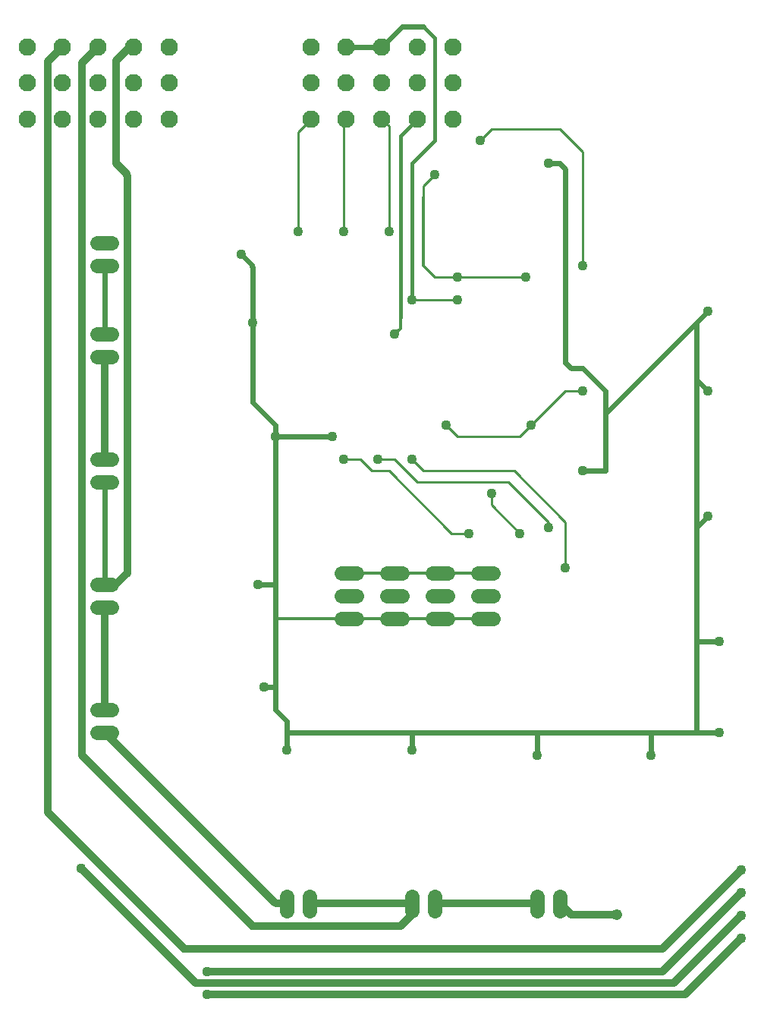
<source format=gbl>
G75*
G70*
%OFA0B0*%
%FSLAX24Y24*%
%IPPOS*%
%LPD*%
%AMOC8*
5,1,8,0,0,1.08239X$1,22.5*
%
%ADD10C,0.0640*%
%ADD11C,0.0768*%
%ADD12C,0.0100*%
%ADD13C,0.0436*%
%ADD14C,0.0120*%
%ADD15C,0.0160*%
%ADD16C,0.0240*%
%ADD17C,0.0320*%
%ADD18C,0.0476*%
D10*
X008361Y013141D02*
X009001Y013141D01*
X009001Y014141D02*
X008361Y014141D01*
X008361Y018641D02*
X009001Y018641D01*
X009001Y019641D02*
X008361Y019641D01*
X008361Y024141D02*
X009001Y024141D01*
X009001Y025141D02*
X008361Y025141D01*
X008361Y029641D02*
X009001Y029641D01*
X009001Y030641D02*
X008361Y030641D01*
X008361Y033641D02*
X009001Y033641D01*
X009001Y034641D02*
X008361Y034641D01*
X019111Y020141D02*
X019751Y020141D01*
X019751Y019141D02*
X019111Y019141D01*
X019111Y018141D02*
X019751Y018141D01*
X021111Y018141D02*
X021751Y018141D01*
X021751Y019141D02*
X021111Y019141D01*
X021111Y020141D02*
X021751Y020141D01*
X023111Y020141D02*
X023751Y020141D01*
X023751Y019141D02*
X023111Y019141D01*
X023111Y018141D02*
X023751Y018141D01*
X025111Y018141D02*
X025751Y018141D01*
X025751Y019141D02*
X025111Y019141D01*
X025111Y020141D02*
X025751Y020141D01*
X027681Y005961D02*
X027681Y005321D01*
X028681Y005321D02*
X028681Y005961D01*
X023181Y005961D02*
X023181Y005321D01*
X022181Y005321D02*
X022181Y005961D01*
X017681Y005961D02*
X017681Y005321D01*
X016681Y005321D02*
X016681Y005961D01*
D11*
X017753Y040101D03*
X019312Y040101D03*
X020871Y040101D03*
X022430Y040101D03*
X023989Y040101D03*
X023989Y041672D03*
X022430Y041672D03*
X020871Y041672D03*
X020871Y043243D03*
X022430Y043243D03*
X023989Y043243D03*
X019312Y043243D03*
X017753Y043243D03*
X017753Y041672D03*
X019312Y041672D03*
X011517Y041672D03*
X009958Y041672D03*
X008399Y041672D03*
X008399Y043243D03*
X009958Y043243D03*
X011517Y043243D03*
X011517Y040101D03*
X009958Y040101D03*
X008399Y040101D03*
X006840Y040101D03*
X005281Y040101D03*
X005281Y041672D03*
X006840Y041672D03*
X006840Y043243D03*
X005281Y043243D03*
D12*
X017181Y039530D02*
X017181Y035141D01*
X019181Y035141D02*
X019181Y039971D01*
X019312Y040101D01*
X017753Y040101D02*
X017181Y039530D01*
X020871Y040101D02*
X021181Y039791D01*
X021181Y035141D01*
X022681Y036641D02*
X022681Y037141D01*
X023181Y037641D01*
X025181Y039141D02*
X025681Y039641D01*
X028681Y039641D01*
X029681Y038641D01*
X029681Y033641D01*
X027181Y033141D02*
X024181Y033141D01*
X023181Y033141D01*
X022181Y032141D02*
X024181Y032141D01*
X028931Y028141D02*
X029681Y028141D01*
X028931Y028141D02*
X027431Y026641D01*
X026931Y026141D01*
X024181Y026141D01*
X023681Y026641D01*
X022181Y025141D02*
X022681Y024641D01*
X026681Y024641D01*
X028931Y022391D01*
X028931Y020391D01*
X028181Y022141D02*
X028181Y022391D01*
X026431Y024141D01*
X022431Y024141D01*
X021431Y025141D01*
X020681Y025141D01*
X020431Y024641D02*
X021181Y024641D01*
X023931Y021891D01*
X024681Y021891D01*
X025681Y023141D02*
X025681Y023641D01*
X025681Y023141D02*
X026931Y021891D01*
X020431Y024641D02*
X019931Y025141D01*
X019181Y025141D01*
X034681Y031141D02*
X035181Y031641D01*
D13*
X007652Y007170D03*
X013181Y002641D03*
X013181Y001641D03*
X016681Y012391D03*
X015681Y015141D03*
X015431Y019641D03*
X019181Y025141D03*
X018681Y026141D03*
X020681Y025141D03*
X022181Y025141D03*
X023681Y026641D03*
X025681Y023641D03*
X024681Y021891D03*
X026931Y021891D03*
X028181Y022141D03*
X028931Y020391D03*
X029681Y024641D03*
X027431Y026641D03*
X029681Y028141D03*
X035181Y028141D03*
X035181Y031641D03*
X029681Y033641D03*
X027181Y033141D03*
X024181Y033141D03*
X024181Y032141D03*
X022181Y032141D03*
X021431Y030641D03*
X021181Y035141D03*
X019181Y035141D03*
X017181Y035141D03*
X014681Y034141D03*
X015181Y031141D03*
X016181Y026141D03*
X023181Y037641D03*
X025181Y039141D03*
X028181Y038141D03*
X035181Y022641D03*
X035681Y017141D03*
X035681Y013141D03*
X032681Y012141D03*
X027681Y012141D03*
X022181Y012391D03*
X036652Y007112D03*
X036652Y006112D03*
X036652Y005112D03*
X036652Y004112D03*
D14*
X025431Y018141D02*
X023431Y018141D01*
X021431Y018141D01*
X019431Y018141D01*
X016181Y018141D01*
X019431Y020141D02*
X021431Y020141D01*
X023431Y020141D01*
X025431Y020141D01*
X025931Y020141D01*
X021431Y030641D02*
X021681Y030891D01*
X021681Y031391D01*
X023181Y033141D02*
X022681Y033641D01*
X022681Y036641D01*
X016152Y005670D02*
X016164Y005660D01*
X016178Y005652D01*
X016192Y005646D01*
X016207Y005642D01*
X016223Y005641D01*
D15*
X021681Y031391D02*
X021681Y039353D01*
X022430Y040101D01*
X023181Y039141D02*
X023181Y043641D01*
X022681Y044141D01*
X023181Y039141D02*
X022181Y038141D01*
X022181Y032141D01*
D16*
X018681Y026141D02*
X016181Y026141D01*
X016181Y019641D01*
X016181Y018141D01*
X016181Y015141D01*
X016181Y014141D01*
X016681Y013641D01*
X016681Y013141D01*
X022181Y013141D01*
X027681Y013141D01*
X032681Y013141D01*
X034681Y013141D01*
X034681Y017141D01*
X034681Y022141D01*
X034681Y028641D01*
X035181Y028141D01*
X034681Y028641D02*
X034681Y031141D01*
X035181Y031641D02*
X030681Y027141D01*
X030681Y028141D01*
X029681Y029141D01*
X029181Y029141D01*
X028931Y029391D01*
X028931Y037891D01*
X028681Y038141D01*
X028181Y038141D01*
X022681Y044141D02*
X021769Y044141D01*
X020871Y043243D01*
X019312Y043243D01*
X014681Y034141D02*
X015152Y033670D01*
X015181Y033600D02*
X015181Y031141D01*
X015181Y027641D01*
X016181Y026641D01*
X016181Y026141D01*
X016181Y019641D02*
X015431Y019641D01*
X015681Y015141D02*
X016181Y015141D01*
X016681Y013141D02*
X016681Y012391D01*
X022181Y012391D02*
X022181Y013141D01*
X027681Y013141D02*
X027681Y012141D01*
X032681Y012141D02*
X032681Y013141D01*
X034681Y013141D02*
X035681Y013141D01*
X035681Y017141D02*
X034681Y017141D01*
X034681Y022141D02*
X035181Y022641D01*
X030681Y024641D02*
X029681Y024641D01*
X030681Y024641D02*
X030681Y027141D01*
X015181Y033600D02*
X015180Y033616D01*
X015176Y033631D01*
X015170Y033645D01*
X015162Y033659D01*
X015152Y033671D01*
X008681Y033641D02*
X008681Y030641D01*
X008681Y024141D02*
X008681Y019641D01*
D17*
X009140Y019641D01*
X009211Y019670D02*
X009681Y020141D01*
X009681Y037600D01*
X009652Y037670D02*
X009181Y038141D01*
X009181Y042641D01*
X009754Y043214D01*
X009825Y043243D02*
X009958Y043243D01*
X009825Y043243D02*
X009809Y043242D01*
X009794Y043238D01*
X009780Y043232D01*
X009766Y043224D01*
X009754Y043214D01*
X008399Y043243D02*
X007711Y042555D01*
X007681Y042484D02*
X007681Y012141D01*
X015152Y004670D01*
X015223Y004641D02*
X021681Y004641D01*
X022152Y005112D01*
X022181Y005183D02*
X022181Y005641D01*
X017681Y005641D01*
X016681Y005641D02*
X016223Y005641D01*
X016152Y005670D02*
X008681Y013141D01*
X008681Y014141D02*
X008681Y018641D01*
X009140Y019641D02*
X009156Y019642D01*
X009171Y019646D01*
X009185Y019652D01*
X009199Y019660D01*
X009211Y019670D01*
X008681Y025141D02*
X008681Y029641D01*
X009681Y037600D02*
X009680Y037616D01*
X009676Y037631D01*
X009670Y037645D01*
X009662Y037659D01*
X009652Y037671D01*
X007681Y042484D02*
X007682Y042500D01*
X007686Y042515D01*
X007692Y042529D01*
X007700Y042543D01*
X007710Y042555D01*
X006840Y043243D02*
X006211Y042614D01*
X006181Y042543D02*
X006181Y009641D01*
X012152Y003670D01*
X012223Y003641D02*
X033181Y003641D01*
X036652Y007112D01*
X036652Y006112D02*
X033181Y002641D01*
X013181Y002641D01*
X012681Y002141D02*
X033681Y002141D01*
X036652Y005112D01*
X036652Y004112D02*
X034181Y001641D01*
X013181Y001641D01*
X012681Y002141D02*
X007652Y007170D01*
X012152Y003670D02*
X012164Y003660D01*
X012178Y003652D01*
X012192Y003646D01*
X012207Y003642D01*
X012223Y003641D01*
X015152Y004670D02*
X015164Y004660D01*
X015178Y004652D01*
X015192Y004646D01*
X015207Y004642D01*
X015223Y004641D01*
X022152Y005112D02*
X022162Y005124D01*
X022170Y005138D01*
X022176Y005152D01*
X022180Y005167D01*
X022181Y005183D01*
X023181Y005641D02*
X027681Y005641D01*
X028681Y005641D02*
X029181Y005141D01*
X031181Y005141D01*
X006181Y042543D02*
X006182Y042559D01*
X006186Y042574D01*
X006192Y042588D01*
X006200Y042602D01*
X006210Y042614D01*
D18*
X031181Y005141D03*
M02*

</source>
